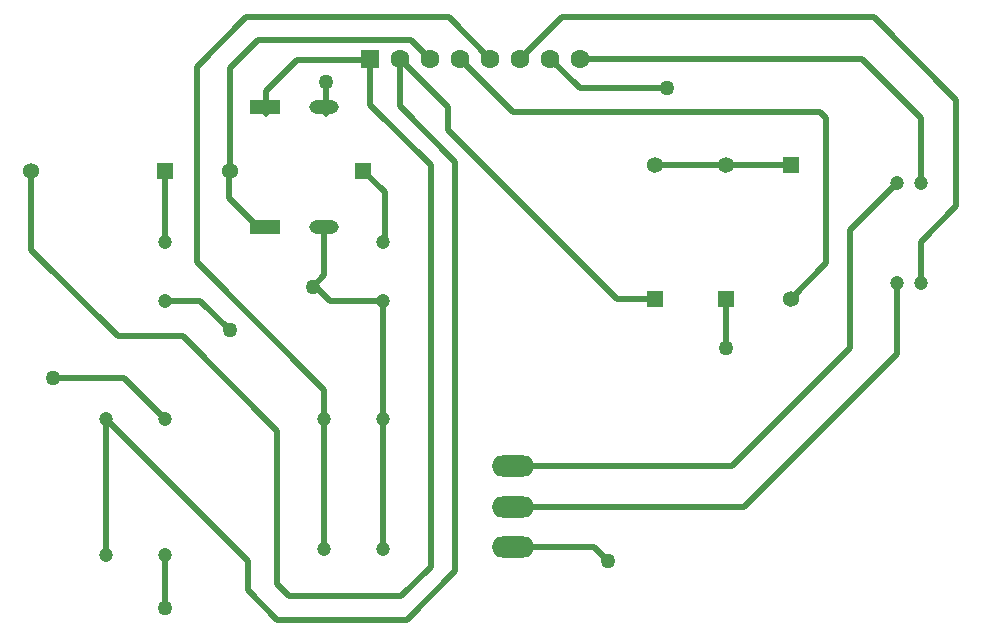
<source format=gtl>
G04*
G04 #@! TF.GenerationSoftware,Altium Limited,Altium Designer,20.2.5 (213)*
G04*
G04 Layer_Physical_Order=1*
G04 Layer_Color=255*
%FSLAX25Y25*%
%MOIN*%
G70*
G04*
G04 #@! TF.SameCoordinates,C82EAABF-E96C-4361-AD7C-52AFF524FF79*
G04*
G04*
G04 #@! TF.FilePolarity,Positive*
G04*
G01*
G75*
%ADD17C,0.05362*%
%ADD18R,0.05362X0.05362*%
%ADD23R,0.05362X0.05362*%
%ADD24C,0.01968*%
%ADD25R,0.09843X0.04724*%
%ADD26O,0.09843X0.04724*%
%ADD27R,0.06300X0.06300*%
%ADD28C,0.06300*%
%ADD29O,0.14173X0.07087*%
%ADD30C,0.04724*%
%ADD31C,0.05000*%
D17*
X135827Y250000D02*
D03*
X69685D02*
D03*
X322835Y207480D02*
D03*
X277559Y251969D02*
D03*
X301181D02*
D03*
D18*
X180315Y250000D02*
D03*
X114173D02*
D03*
D23*
X322835Y251969D02*
D03*
X277559Y207480D02*
D03*
X301181D02*
D03*
D24*
X163386Y211417D02*
X167323Y215354D01*
X148031Y268898D02*
Y271260D01*
Y276772D01*
X158268Y287008D02*
X182205D01*
X148031Y276772D02*
X158268Y287008D01*
X135827Y250000D02*
Y284252D01*
X145276Y293701D02*
X196299D01*
X135827Y284252D02*
X145276Y293701D01*
X196299D02*
X202598Y287402D01*
X167717Y268898D02*
Y278346D01*
X167323Y215354D02*
Y231496D01*
X187008Y226378D02*
X187402Y226772D01*
X180315Y250000D02*
X187402Y242913D01*
Y226772D02*
Y242913D01*
X135433Y249606D02*
X135827Y250000D01*
X145079Y231496D02*
X147638D01*
X135433Y241142D02*
X145079Y231496D01*
X135433Y241142D02*
Y249606D01*
X182205Y287008D02*
X182598Y287402D01*
X124803Y219685D02*
X167323Y177165D01*
X124803Y219685D02*
Y284646D01*
X141339Y301181D01*
X208819D01*
X211024Y116535D02*
Y253150D01*
X192598Y271575D02*
Y287402D01*
Y271575D02*
X211024Y253150D01*
X194882Y100394D02*
X211024Y116535D01*
X163386Y211417D02*
X164567D01*
X169291Y206693D01*
X167323Y167323D02*
Y177165D01*
X264961Y207480D02*
X277559D01*
X208661Y263779D02*
Y271339D01*
Y263779D02*
X264961Y207480D01*
X192598Y287402D02*
X208661Y271339D01*
X182598Y272126D02*
X202756Y251969D01*
Y118110D02*
Y251969D01*
X192913Y108268D02*
X202756Y118110D01*
X155512Y108268D02*
X192913D01*
X187008Y167323D02*
Y206693D01*
X187008Y206693D02*
X187008Y206693D01*
X187008Y124016D02*
X187008Y124016D01*
X187008Y124016D02*
Y167323D01*
X187008Y167323D01*
X230315Y124575D02*
X257315D01*
X261811Y120079D01*
X169291Y206693D02*
X187008D01*
X151575Y112205D02*
X155512Y108268D01*
X114173Y206693D02*
X125984D01*
X135827Y196850D01*
X301181Y190945D02*
Y207480D01*
X301181Y190945D02*
X301181Y190945D01*
X242598Y287402D02*
X252441Y277559D01*
X281496D01*
X346457Y287402D02*
X366142Y267717D01*
X252598Y287402D02*
X346457D01*
X350394Y301181D02*
X377953Y273622D01*
X232598Y287402D02*
X246378Y301181D01*
X350394D01*
X212598Y287402D02*
X230315Y269685D01*
X332677D02*
X334646Y267717D01*
X230315Y269685D02*
X332677D01*
X76772Y181102D02*
X100394D01*
X114173Y167323D01*
X98425Y194882D02*
X120079D01*
X151575Y163386D01*
Y112205D02*
Y163386D01*
X114173Y104331D02*
Y122047D01*
X114173Y122047D01*
X182598Y272126D02*
Y287402D01*
X208819Y301181D02*
X222598Y287402D01*
X69685Y223622D02*
X98425Y194882D01*
X69685Y223622D02*
Y250000D01*
X151575Y100394D02*
X194882D01*
X94488Y122047D02*
Y167323D01*
X141732Y120079D01*
Y110236D02*
Y120079D01*
Y110236D02*
X151575Y100394D01*
X230315Y138075D02*
X307366D01*
X358268Y188976D01*
Y212598D01*
X167323Y124016D02*
Y167323D01*
X334646Y219291D02*
Y267717D01*
X322835Y207480D02*
X334646Y219291D01*
X301181Y251969D02*
X322835D01*
X277559D02*
X301181D01*
X377953Y238189D02*
Y273622D01*
X366142Y212598D02*
Y226378D01*
X377953Y238189D01*
X366142Y246063D02*
Y267717D01*
X342520Y230315D02*
X358268Y246063D01*
X342520Y190945D02*
Y230315D01*
X303150Y151575D02*
X342520Y190945D01*
X230315Y151575D02*
X303150D01*
X114173Y226378D02*
Y250000D01*
D25*
X147638Y231496D02*
D03*
Y271260D02*
D03*
D26*
X167323Y231496D02*
D03*
Y271260D02*
D03*
D27*
X182598Y287402D02*
D03*
D28*
X192598D02*
D03*
X202598D02*
D03*
X212598D02*
D03*
X222598D02*
D03*
X232598D02*
D03*
X242598D02*
D03*
X252598D02*
D03*
D29*
X230315Y151575D02*
D03*
Y138075D02*
D03*
Y124575D02*
D03*
D30*
X358268Y246063D02*
D03*
X366142D02*
D03*
X187008Y124016D02*
D03*
X167323D02*
D03*
Y167323D02*
D03*
X187008D02*
D03*
X187008Y206693D02*
D03*
Y226378D02*
D03*
X114173Y206693D02*
D03*
Y226378D02*
D03*
Y167323D02*
D03*
X94488D02*
D03*
X114173Y122047D02*
D03*
X94488D02*
D03*
X358268Y212598D02*
D03*
X366142D02*
D03*
D31*
X167717Y279528D02*
D03*
X163386Y211417D02*
D03*
X281496Y277559D02*
D03*
X261811Y120079D02*
D03*
X135827Y196850D02*
D03*
X301181Y190945D02*
D03*
X76772Y181102D02*
D03*
X114173Y104331D02*
D03*
M02*

</source>
